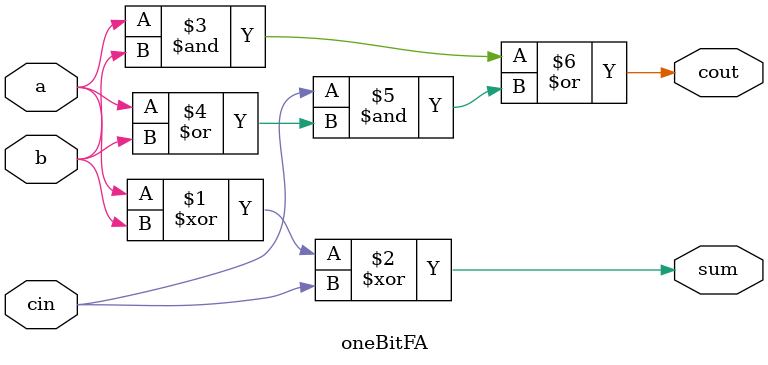
<source format=v>
module oneBitFA(sum, cout, a, b, cin);
    input a,b,cin;          //one bit inputs
    output sum, cout;       //one bit outputs
    assign sum = a ^ b ^ cin;
    assign cout = (a & b) | (cin & (a | b));
endmodule

</source>
